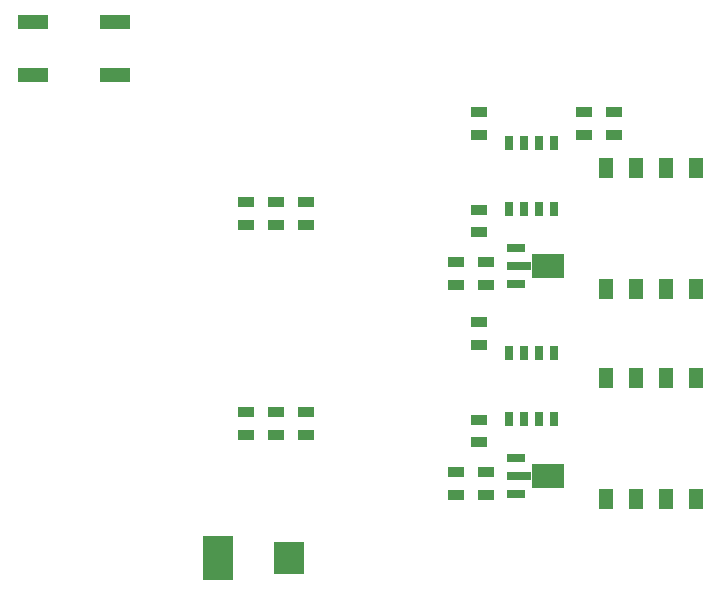
<source format=gtp>
G04 (created by PCBNEW (2013-07-07 BZR 4022)-stable) date 15/12/2015 05:16:37*
%MOIN*%
G04 Gerber Fmt 3.4, Leading zero omitted, Abs format*
%FSLAX34Y34*%
G01*
G70*
G90*
G04 APERTURE LIST*
%ADD10C,0.00590551*%
%ADD11R,0.102362X0.0511811*%
%ADD12R,0.063X0.0276*%
%ADD13R,0.0827X0.0276*%
%ADD14R,0.1083X0.0787*%
%ADD15R,0.025X0.05*%
%ADD16R,0.055X0.035*%
%ADD17R,0.0472441X0.0708661*%
%ADD18R,0.1004X0.1063*%
%ADD19R,0.1004X0.1496*%
G04 APERTURE END LIST*
G54D10*
G54D11*
X44622Y-28114D03*
X47377Y-28114D03*
X44622Y-29885D03*
X47377Y-29885D03*
G54D12*
X60752Y-42659D03*
G54D13*
X60850Y-43250D03*
G54D12*
X60752Y-43841D03*
G54D14*
X61795Y-43250D03*
G54D12*
X60752Y-35659D03*
G54D13*
X60850Y-36250D03*
G54D12*
X60752Y-36841D03*
G54D14*
X61795Y-36250D03*
G54D15*
X60500Y-34350D03*
X61000Y-34350D03*
X61500Y-34350D03*
X62000Y-34350D03*
X62000Y-32150D03*
X61500Y-32150D03*
X61000Y-32150D03*
X60500Y-32150D03*
X60500Y-41350D03*
X61000Y-41350D03*
X61500Y-41350D03*
X62000Y-41350D03*
X62000Y-39150D03*
X61500Y-39150D03*
X61000Y-39150D03*
X60500Y-39150D03*
G54D16*
X59750Y-36125D03*
X59750Y-36875D03*
X63000Y-31125D03*
X63000Y-31875D03*
X64000Y-31125D03*
X64000Y-31875D03*
X51750Y-41125D03*
X51750Y-41875D03*
X51750Y-34125D03*
X51750Y-34875D03*
X58750Y-43125D03*
X58750Y-43875D03*
X59750Y-43125D03*
X59750Y-43875D03*
X58750Y-36125D03*
X58750Y-36875D03*
X59500Y-41375D03*
X59500Y-42125D03*
X59500Y-34375D03*
X59500Y-35125D03*
X53750Y-41125D03*
X53750Y-41875D03*
X52750Y-41125D03*
X52750Y-41875D03*
X53750Y-34125D03*
X53750Y-34875D03*
X52750Y-34125D03*
X52750Y-34875D03*
X59500Y-38875D03*
X59500Y-38125D03*
X59500Y-31875D03*
X59500Y-31125D03*
G54D17*
X66750Y-39992D03*
X65750Y-39992D03*
X64750Y-39992D03*
X63750Y-39992D03*
X63750Y-44007D03*
X64750Y-44007D03*
X65750Y-44007D03*
X66750Y-44007D03*
X66750Y-32992D03*
X65750Y-32992D03*
X64750Y-32992D03*
X63750Y-32992D03*
X63750Y-37007D03*
X64750Y-37007D03*
X65750Y-37007D03*
X66750Y-37007D03*
G54D18*
X53181Y-46000D03*
G54D19*
X50819Y-46000D03*
M02*

</source>
